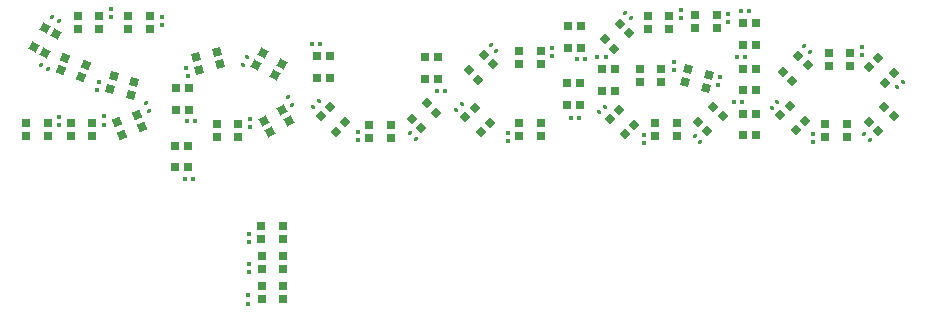
<source format=gtp>
G04 #@! TF.GenerationSoftware,KiCad,Pcbnew,7.0.2-0*
G04 #@! TF.CreationDate,2023-10-15T17:43:39-05:00*
G04 #@! TF.ProjectId,spudglo_business_card,73707564-676c-46f5-9f62-7573696e6573,rev?*
G04 #@! TF.SameCoordinates,Original*
G04 #@! TF.FileFunction,Paste,Top*
G04 #@! TF.FilePolarity,Positive*
%FSLAX46Y46*%
G04 Gerber Fmt 4.6, Leading zero omitted, Abs format (unit mm)*
G04 Created by KiCad (PCBNEW 7.0.2-0) date 2023-10-15 17:43:39*
%MOMM*%
%LPD*%
G01*
G04 APERTURE LIST*
G04 Aperture macros list*
%AMRoundRect*
0 Rectangle with rounded corners*
0 $1 Rounding radius*
0 $2 $3 $4 $5 $6 $7 $8 $9 X,Y pos of 4 corners*
0 Add a 4 corners polygon primitive as box body*
4,1,4,$2,$3,$4,$5,$6,$7,$8,$9,$2,$3,0*
0 Add four circle primitives for the rounded corners*
1,1,$1+$1,$2,$3*
1,1,$1+$1,$4,$5*
1,1,$1+$1,$6,$7*
1,1,$1+$1,$8,$9*
0 Add four rect primitives between the rounded corners*
20,1,$1+$1,$2,$3,$4,$5,0*
20,1,$1+$1,$4,$5,$6,$7,0*
20,1,$1+$1,$6,$7,$8,$9,0*
20,1,$1+$1,$8,$9,$2,$3,0*%
%AMRotRect*
0 Rectangle, with rotation*
0 The origin of the aperture is its center*
0 $1 length*
0 $2 width*
0 $3 Rotation angle, in degrees counterclockwise*
0 Add horizontal line*
21,1,$1,$2,0,0,$3*%
G04 Aperture macros list end*
%ADD10RotRect,0.700000X0.700000X225.000000*%
%ADD11R,0.700000X0.700000*%
%ADD12RotRect,0.700000X0.700000X45.000000*%
%ADD13RotRect,0.700000X0.700000X195.000000*%
%ADD14RotRect,0.700000X0.700000X345.000000*%
%ADD15RotRect,0.700000X0.700000X30.000000*%
%ADD16RotRect,0.700000X0.700000X315.000000*%
%ADD17RotRect,0.700000X0.700000X135.000000*%
%ADD18RotRect,0.700000X0.700000X150.000000*%
%ADD19RotRect,0.700000X0.700000X165.000000*%
%ADD20RotRect,0.700000X0.700000X20.000000*%
%ADD21RotRect,0.700000X0.700000X60.000000*%
%ADD22RotRect,0.700000X0.700000X160.000000*%
%ADD23RoundRect,0.079500X0.100500X-0.079500X0.100500X0.079500X-0.100500X0.079500X-0.100500X-0.079500X0*%
%ADD24RoundRect,0.079500X-0.127279X-0.014849X-0.014849X-0.127279X0.127279X0.014849X0.014849X0.127279X0*%
%ADD25RoundRect,0.079500X-0.100500X0.079500X-0.100500X-0.079500X0.100500X-0.079500X0.100500X0.079500X0*%
%ADD26RoundRect,0.079500X0.014849X-0.127279X0.127279X-0.014849X-0.014849X0.127279X-0.127279X0.014849X0*%
%ADD27RoundRect,0.079500X-0.014849X0.127279X-0.127279X0.014849X0.014849X-0.127279X0.127279X-0.014849X0*%
%ADD28RoundRect,0.079500X-0.079500X-0.100500X0.079500X-0.100500X0.079500X0.100500X-0.079500X0.100500X0*%
%ADD29RoundRect,0.079500X0.079500X0.100500X-0.079500X0.100500X-0.079500X-0.100500X0.079500X-0.100500X0*%
%ADD30RoundRect,0.079500X0.126786X-0.018599X0.047286X0.119099X-0.126786X0.018599X-0.047286X-0.119099X0*%
%ADD31RoundRect,0.079500X-0.047286X0.119099X-0.126786X-0.018599X0.047286X-0.119099X0.126786X0.018599X0*%
%ADD32RoundRect,0.079500X0.119099X0.047286X-0.018599X0.126786X-0.119099X-0.047286X0.018599X-0.126786X0*%
%ADD33RoundRect,0.079500X0.127279X0.014849X0.014849X0.127279X-0.127279X-0.014849X-0.014849X-0.127279X0*%
%ADD34RoundRect,0.079500X0.114525X0.057486X-0.029578X0.124682X-0.114525X-0.057486X0.029578X-0.124682X0*%
%ADD35RoundRect,0.079500X0.117652X-0.050780X0.076499X0.102802X-0.117652X0.050780X-0.076499X-0.102802X0*%
%ADD36RoundRect,0.079500X0.076499X-0.102802X0.117652X0.050780X-0.076499X0.102802X-0.117652X-0.050780X0*%
%ADD37RoundRect,0.079500X-0.076499X0.102802X-0.117652X-0.050780X0.076499X-0.102802X0.117652X0.050780X0*%
%ADD38RoundRect,0.079500X0.121630X-0.040333X0.067249X0.109079X-0.121630X0.040333X-0.067249X-0.109079X0*%
G04 APERTURE END LIST*
D10*
X243281822Y-107173812D03*
X242504005Y-106395995D03*
X241210000Y-107690000D03*
X241987817Y-108467817D03*
D11*
X184330000Y-107750000D03*
X184330000Y-108850000D03*
X186160000Y-108850000D03*
X186160000Y-107750000D03*
X236260000Y-103170000D03*
X236260000Y-104270000D03*
X238090000Y-104270000D03*
X238090000Y-103170000D03*
D12*
X221812183Y-103302183D03*
X222590000Y-104080000D03*
X223884005Y-102785995D03*
X223106188Y-102008178D03*
D13*
X200742346Y-102768880D03*
X200457645Y-101706361D03*
X198690000Y-102180000D03*
X198974701Y-103242519D03*
D11*
X215220000Y-108980000D03*
X215220000Y-107880000D03*
X213390000Y-107880000D03*
X213390000Y-108980000D03*
X192960000Y-98680000D03*
X192960000Y-99780000D03*
X194790000Y-99780000D03*
X194790000Y-98680000D03*
D14*
X240362355Y-103216361D03*
X240077654Y-104278880D03*
X241845299Y-104752519D03*
X242130000Y-103690000D03*
D11*
X244990000Y-101110000D03*
X246090000Y-101110000D03*
X246090000Y-99280000D03*
X244990000Y-99280000D03*
D12*
X233295995Y-100674005D03*
X234073812Y-101451822D03*
X235367817Y-100157817D03*
X234590000Y-99380000D03*
D11*
X197990000Y-109680000D03*
X196890000Y-109680000D03*
X196890000Y-111510000D03*
X197990000Y-111510000D03*
X244990000Y-104980001D03*
X246090000Y-104980001D03*
X246090000Y-103150001D03*
X244990000Y-103150001D03*
X240965000Y-98570000D03*
X240965000Y-99670000D03*
X242795000Y-99670000D03*
X242795000Y-98570000D03*
D15*
X204425174Y-107565000D03*
X204975174Y-108517628D03*
X206560000Y-107602628D03*
X206010000Y-106650000D03*
D11*
X188110000Y-107790000D03*
X188110000Y-108890000D03*
X189940000Y-108890000D03*
X189940000Y-107790000D03*
D10*
X257771822Y-107133812D03*
X256994005Y-106355995D03*
X255700000Y-107650000D03*
X256477817Y-108427817D03*
D11*
X239420000Y-108880000D03*
X239420000Y-107780000D03*
X237590000Y-107780000D03*
X237590000Y-108880000D03*
X227920000Y-108880000D03*
X227920000Y-107780000D03*
X226090000Y-107780000D03*
X226090000Y-108880000D03*
X236960000Y-98680000D03*
X236960000Y-99780000D03*
X238790000Y-99780000D03*
X238790000Y-98680000D03*
X208930078Y-103905892D03*
X210030078Y-103905892D03*
X210030078Y-102075892D03*
X208930078Y-102075892D03*
D16*
X256483812Y-102258178D03*
X255705995Y-103035995D03*
X257000000Y-104330000D03*
X257777817Y-103552183D03*
D11*
X206095000Y-120120000D03*
X206095000Y-119020000D03*
X204265000Y-119020000D03*
X204265000Y-120120000D03*
D17*
X249484005Y-108374005D03*
X250261822Y-107596188D03*
X248967817Y-106302183D03*
X248190000Y-107080000D03*
D18*
X205407413Y-103713814D03*
X205957413Y-102761186D03*
X204372587Y-101846186D03*
X203822587Y-102798814D03*
D11*
X206070000Y-117560000D03*
X206070000Y-116460000D03*
X204240000Y-116460000D03*
X204240000Y-117560000D03*
X198090000Y-104779999D03*
X196990000Y-104779999D03*
X196990000Y-106609999D03*
X198090000Y-106609999D03*
D17*
X222806188Y-108551822D03*
X223584005Y-107774005D03*
X222290000Y-106480000D03*
X221512183Y-107257817D03*
D19*
X193205299Y-105342519D03*
X193490000Y-104280000D03*
X191722355Y-103806361D03*
X191437654Y-104868880D03*
D11*
X231190000Y-104380000D03*
X230090000Y-104380000D03*
X230090000Y-106210000D03*
X231190000Y-106210000D03*
D17*
X210584005Y-108474005D03*
X211361822Y-107696188D03*
X210067817Y-106402183D03*
X209290000Y-107180000D03*
D11*
X244990000Y-108780000D03*
X246090000Y-108780000D03*
X246090000Y-106950000D03*
X244990000Y-106950000D03*
X252275000Y-101793109D03*
X252275000Y-102893109D03*
X254105000Y-102893109D03*
X254105000Y-101793109D03*
X231290001Y-99549999D03*
X230190001Y-99549999D03*
X230190001Y-101379999D03*
X231290001Y-101379999D03*
D17*
X235042183Y-108687817D03*
X235820000Y-107910000D03*
X234525995Y-106615995D03*
X233748178Y-107393812D03*
D11*
X202300000Y-107840000D03*
X202300000Y-108940000D03*
X200470000Y-108940000D03*
X200470000Y-107840000D03*
X206100000Y-122670000D03*
X206100000Y-121570000D03*
X204270000Y-121570000D03*
X204270000Y-122670000D03*
D20*
X192030362Y-107705896D03*
X192406584Y-108739558D03*
X194126222Y-108113662D03*
X193750000Y-107080000D03*
D21*
X184980000Y-101290000D03*
X185932628Y-101840000D03*
X186847628Y-100255174D03*
X185895000Y-99705174D03*
D11*
X188690000Y-98680000D03*
X188690000Y-99780000D03*
X190520000Y-99780000D03*
X190520000Y-98680000D03*
X253820000Y-108930000D03*
X253820000Y-107830000D03*
X251990000Y-107830000D03*
X251990000Y-108930000D03*
X226090000Y-101680000D03*
X226090000Y-102780000D03*
X227920000Y-102780000D03*
X227920000Y-101680000D03*
X233067813Y-105009998D03*
X234167813Y-105009998D03*
X234167813Y-103179998D03*
X233067813Y-103179998D03*
X219190000Y-102180000D03*
X218090000Y-102180000D03*
X218090000Y-104010000D03*
X219190000Y-104010000D03*
D12*
X248418178Y-103396188D03*
X249195995Y-104174005D03*
X250490000Y-102880000D03*
X249712183Y-102102183D03*
D10*
X219025911Y-106863812D03*
X218248094Y-106085995D03*
X216954089Y-107380000D03*
X217731906Y-108157817D03*
D22*
X187274140Y-103257766D03*
X187650362Y-102224104D03*
X189370000Y-102850000D03*
X188993778Y-103883662D03*
D23*
X228850000Y-102095000D03*
X228850000Y-101405000D03*
D24*
X255302322Y-108702322D03*
X255790226Y-109190226D03*
D23*
X255120000Y-101985000D03*
X255120000Y-101295000D03*
D25*
X236610000Y-108745000D03*
X236610000Y-109435000D03*
D23*
X191550000Y-98765000D03*
X191550000Y-98075000D03*
D26*
X258062322Y-104737678D03*
X258550226Y-104249774D03*
D23*
X203290000Y-108090000D03*
X203290000Y-107400000D03*
D25*
X225090000Y-108605000D03*
X225090000Y-109295000D03*
D26*
X208639771Y-106400223D03*
X209127675Y-105912319D03*
D27*
X221193952Y-106176048D03*
X220706048Y-106663952D03*
D28*
X219095000Y-105000000D03*
X219785000Y-105000000D03*
D29*
X245185000Y-102170000D03*
X244495000Y-102170000D03*
D30*
X206862500Y-106185907D03*
X206517500Y-105588349D03*
D24*
X240930000Y-108860000D03*
X241417904Y-109347904D03*
D31*
X203042500Y-102201221D03*
X202697500Y-102798779D03*
D32*
X187088779Y-99102500D03*
X186491221Y-98757500D03*
D33*
X235507904Y-98887904D03*
X235020000Y-98400000D03*
D27*
X247923952Y-105956048D03*
X247436048Y-106443952D03*
D28*
X197755000Y-112480000D03*
X198445000Y-112480000D03*
D33*
X250710226Y-101700226D03*
X250222322Y-101212322D03*
D23*
X239160000Y-103250000D03*
X239160000Y-102560000D03*
D29*
X244955000Y-105960000D03*
X244265000Y-105960000D03*
D34*
X186202676Y-103145803D03*
X185577324Y-102854197D03*
D23*
X203100000Y-123045000D03*
X203100000Y-122355000D03*
D35*
X198059293Y-103733244D03*
X197880707Y-103066756D03*
D25*
X195830000Y-98775000D03*
X195830000Y-99465000D03*
D23*
X203230000Y-120380000D03*
X203230000Y-119690000D03*
X190910001Y-107884998D03*
X190910001Y-107194998D03*
D28*
X230975000Y-102370000D03*
X231665000Y-102370000D03*
D23*
X203200000Y-117820000D03*
X203200000Y-117130000D03*
D24*
X216802322Y-108622322D03*
X217290226Y-109110226D03*
D33*
X224143952Y-101643952D03*
X223656048Y-101156048D03*
D29*
X233385000Y-102180000D03*
X232695000Y-102180000D03*
D23*
X212380000Y-109175000D03*
X212380000Y-108485000D03*
D36*
X242933529Y-104514148D03*
X243112115Y-103847660D03*
D27*
X233333952Y-106366048D03*
X232846048Y-106853952D03*
D23*
X187140000Y-107895000D03*
X187140000Y-107205000D03*
X239760000Y-98855000D03*
X239760000Y-98165000D03*
D37*
X190489293Y-104276756D03*
X190310707Y-104943244D03*
D28*
X230475000Y-107310000D03*
X231165000Y-107310000D03*
D29*
X245555000Y-98260000D03*
X244865000Y-98260000D03*
D38*
X194690000Y-106710000D03*
X194454006Y-106061612D03*
D29*
X209230000Y-101100000D03*
X208540000Y-101100000D03*
D25*
X250960000Y-108695000D03*
X250960000Y-109385000D03*
D23*
X243780000Y-99195000D03*
X243780000Y-98505000D03*
D28*
X197925000Y-107590000D03*
X198615000Y-107590000D03*
M02*

</source>
